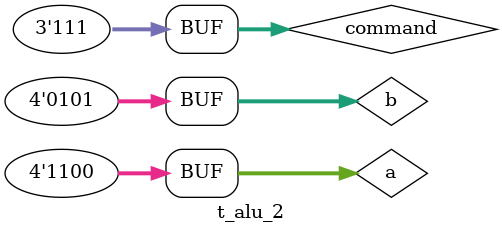
<source format=v>
module t_alu_2();
    reg [3:0] a;
    reg [3:0] b;
    reg [2:0] command;
    wire [3:0] sum;
    

    alu alu_instance(a, b, command, sum);

    
    initial begin 
        a <= 4'b0;
        b <= 5'b0;
        command <= 5'b0;
    end

    initial
    begin
        $monitor("a:%d (%b)   b%d (%b)   command:%b   res:%d (%b)", a, a, b, b, command, sum, sum);

        #10

        a <= 10;
        b <= 1;
        command <= 3'b001;

        #10

        command <= 3'b010;

        #10

        a <= 4'b1011;
        b <= 5'b10101;
        command <= 3'b011;

        #10

        command <= 3'b100;

        #10

        a <= 15;
        command <= 3'b110;

        #10

        a <= 15;
        b <= 12;
        command <= 3'b101;

        #10

        a <= 12;
        b <= 15;
        command <= 3'b101;

        #10

        b <= 21;
        command <= 3'b111;
    end
    

endmodule

</source>
